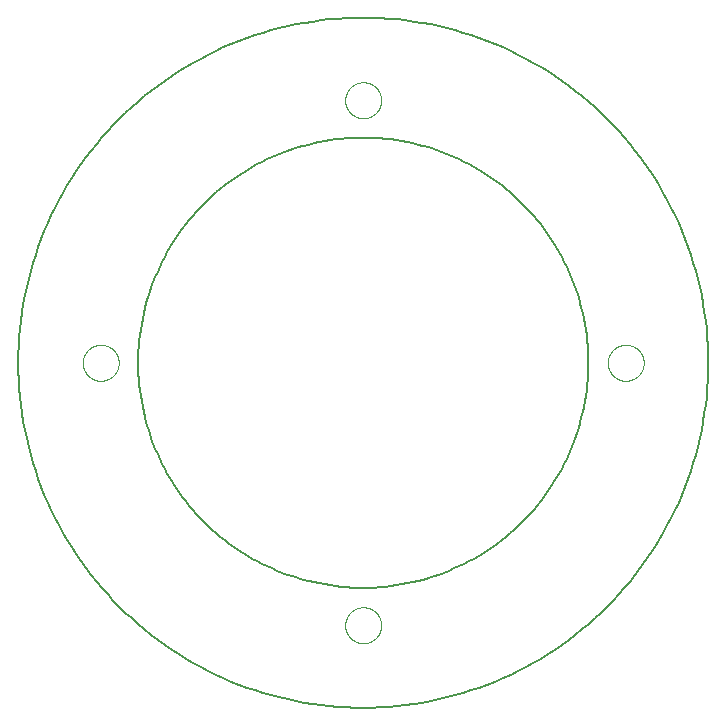
<source format=gko>
G75*
%MOIN*%
%OFA0B0*%
%FSLAX25Y25*%
%IPPOS*%
%LPD*%
%AMOC8*
5,1,8,0,0,1.08239X$1,22.5*
%
%ADD10C,0.00600*%
%ADD11C,0.00000*%
D10*
X0071250Y0186250D02*
X0071285Y0189072D01*
X0071389Y0191893D01*
X0071562Y0194710D01*
X0071804Y0197522D01*
X0072115Y0200327D01*
X0072495Y0203124D01*
X0072943Y0205911D01*
X0073460Y0208685D01*
X0074044Y0211447D01*
X0074696Y0214193D01*
X0075416Y0216922D01*
X0076202Y0219633D01*
X0077054Y0222323D01*
X0077972Y0224992D01*
X0078956Y0227638D01*
X0080004Y0230259D01*
X0081116Y0232853D01*
X0082291Y0235419D01*
X0083529Y0237955D01*
X0084829Y0240461D01*
X0086190Y0242933D01*
X0087611Y0245372D01*
X0089092Y0247775D01*
X0090631Y0250141D01*
X0092228Y0252468D01*
X0093881Y0254755D01*
X0095590Y0257002D01*
X0097354Y0259205D01*
X0099171Y0261365D01*
X0101041Y0263479D01*
X0102962Y0265547D01*
X0104933Y0267567D01*
X0106953Y0269538D01*
X0109021Y0271459D01*
X0111135Y0273329D01*
X0113295Y0275146D01*
X0115498Y0276910D01*
X0117745Y0278619D01*
X0120032Y0280272D01*
X0122359Y0281869D01*
X0124725Y0283408D01*
X0127128Y0284889D01*
X0129567Y0286310D01*
X0132039Y0287671D01*
X0134545Y0288971D01*
X0137081Y0290209D01*
X0139647Y0291384D01*
X0142241Y0292496D01*
X0144862Y0293544D01*
X0147508Y0294528D01*
X0150177Y0295446D01*
X0152867Y0296298D01*
X0155578Y0297084D01*
X0158307Y0297804D01*
X0161053Y0298456D01*
X0163815Y0299040D01*
X0166589Y0299557D01*
X0169376Y0300005D01*
X0172173Y0300385D01*
X0174978Y0300696D01*
X0177790Y0300938D01*
X0180607Y0301111D01*
X0183428Y0301215D01*
X0186250Y0301250D01*
X0189072Y0301215D01*
X0191893Y0301111D01*
X0194710Y0300938D01*
X0197522Y0300696D01*
X0200327Y0300385D01*
X0203124Y0300005D01*
X0205911Y0299557D01*
X0208685Y0299040D01*
X0211447Y0298456D01*
X0214193Y0297804D01*
X0216922Y0297084D01*
X0219633Y0296298D01*
X0222323Y0295446D01*
X0224992Y0294528D01*
X0227638Y0293544D01*
X0230259Y0292496D01*
X0232853Y0291384D01*
X0235419Y0290209D01*
X0237955Y0288971D01*
X0240461Y0287671D01*
X0242933Y0286310D01*
X0245372Y0284889D01*
X0247775Y0283408D01*
X0250141Y0281869D01*
X0252468Y0280272D01*
X0254755Y0278619D01*
X0257002Y0276910D01*
X0259205Y0275146D01*
X0261365Y0273329D01*
X0263479Y0271459D01*
X0265547Y0269538D01*
X0267567Y0267567D01*
X0269538Y0265547D01*
X0271459Y0263479D01*
X0273329Y0261365D01*
X0275146Y0259205D01*
X0276910Y0257002D01*
X0278619Y0254755D01*
X0280272Y0252468D01*
X0281869Y0250141D01*
X0283408Y0247775D01*
X0284889Y0245372D01*
X0286310Y0242933D01*
X0287671Y0240461D01*
X0288971Y0237955D01*
X0290209Y0235419D01*
X0291384Y0232853D01*
X0292496Y0230259D01*
X0293544Y0227638D01*
X0294528Y0224992D01*
X0295446Y0222323D01*
X0296298Y0219633D01*
X0297084Y0216922D01*
X0297804Y0214193D01*
X0298456Y0211447D01*
X0299040Y0208685D01*
X0299557Y0205911D01*
X0300005Y0203124D01*
X0300385Y0200327D01*
X0300696Y0197522D01*
X0300938Y0194710D01*
X0301111Y0191893D01*
X0301215Y0189072D01*
X0301250Y0186250D01*
X0301215Y0183428D01*
X0301111Y0180607D01*
X0300938Y0177790D01*
X0300696Y0174978D01*
X0300385Y0172173D01*
X0300005Y0169376D01*
X0299557Y0166589D01*
X0299040Y0163815D01*
X0298456Y0161053D01*
X0297804Y0158307D01*
X0297084Y0155578D01*
X0296298Y0152867D01*
X0295446Y0150177D01*
X0294528Y0147508D01*
X0293544Y0144862D01*
X0292496Y0142241D01*
X0291384Y0139647D01*
X0290209Y0137081D01*
X0288971Y0134545D01*
X0287671Y0132039D01*
X0286310Y0129567D01*
X0284889Y0127128D01*
X0283408Y0124725D01*
X0281869Y0122359D01*
X0280272Y0120032D01*
X0278619Y0117745D01*
X0276910Y0115498D01*
X0275146Y0113295D01*
X0273329Y0111135D01*
X0271459Y0109021D01*
X0269538Y0106953D01*
X0267567Y0104933D01*
X0265547Y0102962D01*
X0263479Y0101041D01*
X0261365Y0099171D01*
X0259205Y0097354D01*
X0257002Y0095590D01*
X0254755Y0093881D01*
X0252468Y0092228D01*
X0250141Y0090631D01*
X0247775Y0089092D01*
X0245372Y0087611D01*
X0242933Y0086190D01*
X0240461Y0084829D01*
X0237955Y0083529D01*
X0235419Y0082291D01*
X0232853Y0081116D01*
X0230259Y0080004D01*
X0227638Y0078956D01*
X0224992Y0077972D01*
X0222323Y0077054D01*
X0219633Y0076202D01*
X0216922Y0075416D01*
X0214193Y0074696D01*
X0211447Y0074044D01*
X0208685Y0073460D01*
X0205911Y0072943D01*
X0203124Y0072495D01*
X0200327Y0072115D01*
X0197522Y0071804D01*
X0194710Y0071562D01*
X0191893Y0071389D01*
X0189072Y0071285D01*
X0186250Y0071250D01*
X0183428Y0071285D01*
X0180607Y0071389D01*
X0177790Y0071562D01*
X0174978Y0071804D01*
X0172173Y0072115D01*
X0169376Y0072495D01*
X0166589Y0072943D01*
X0163815Y0073460D01*
X0161053Y0074044D01*
X0158307Y0074696D01*
X0155578Y0075416D01*
X0152867Y0076202D01*
X0150177Y0077054D01*
X0147508Y0077972D01*
X0144862Y0078956D01*
X0142241Y0080004D01*
X0139647Y0081116D01*
X0137081Y0082291D01*
X0134545Y0083529D01*
X0132039Y0084829D01*
X0129567Y0086190D01*
X0127128Y0087611D01*
X0124725Y0089092D01*
X0122359Y0090631D01*
X0120032Y0092228D01*
X0117745Y0093881D01*
X0115498Y0095590D01*
X0113295Y0097354D01*
X0111135Y0099171D01*
X0109021Y0101041D01*
X0106953Y0102962D01*
X0104933Y0104933D01*
X0102962Y0106953D01*
X0101041Y0109021D01*
X0099171Y0111135D01*
X0097354Y0113295D01*
X0095590Y0115498D01*
X0093881Y0117745D01*
X0092228Y0120032D01*
X0090631Y0122359D01*
X0089092Y0124725D01*
X0087611Y0127128D01*
X0086190Y0129567D01*
X0084829Y0132039D01*
X0083529Y0134545D01*
X0082291Y0137081D01*
X0081116Y0139647D01*
X0080004Y0142241D01*
X0078956Y0144862D01*
X0077972Y0147508D01*
X0077054Y0150177D01*
X0076202Y0152867D01*
X0075416Y0155578D01*
X0074696Y0158307D01*
X0074044Y0161053D01*
X0073460Y0163815D01*
X0072943Y0166589D01*
X0072495Y0169376D01*
X0072115Y0172173D01*
X0071804Y0174978D01*
X0071562Y0177790D01*
X0071389Y0180607D01*
X0071285Y0183428D01*
X0071250Y0186250D01*
X0111250Y0186250D02*
X0111273Y0188091D01*
X0111340Y0189930D01*
X0111453Y0191767D01*
X0111611Y0193601D01*
X0111814Y0195431D01*
X0112062Y0197255D01*
X0112354Y0199072D01*
X0112691Y0200882D01*
X0113072Y0202683D01*
X0113498Y0204474D01*
X0113967Y0206253D01*
X0114479Y0208021D01*
X0115035Y0209776D01*
X0115634Y0211517D01*
X0116276Y0213242D01*
X0116959Y0214951D01*
X0117684Y0216643D01*
X0118451Y0218317D01*
X0119258Y0219971D01*
X0120106Y0221605D01*
X0120993Y0223217D01*
X0121920Y0224808D01*
X0122886Y0226375D01*
X0123890Y0227918D01*
X0124931Y0229436D01*
X0126009Y0230927D01*
X0127124Y0232392D01*
X0128274Y0233829D01*
X0129459Y0235238D01*
X0130679Y0236617D01*
X0131931Y0237966D01*
X0133217Y0239283D01*
X0134534Y0240569D01*
X0135883Y0241821D01*
X0137262Y0243041D01*
X0138671Y0244226D01*
X0140108Y0245376D01*
X0141573Y0246491D01*
X0143064Y0247569D01*
X0144582Y0248610D01*
X0146125Y0249614D01*
X0147692Y0250580D01*
X0149283Y0251507D01*
X0150895Y0252394D01*
X0152529Y0253242D01*
X0154183Y0254049D01*
X0155857Y0254816D01*
X0157549Y0255541D01*
X0159258Y0256224D01*
X0160983Y0256866D01*
X0162724Y0257465D01*
X0164479Y0258021D01*
X0166247Y0258533D01*
X0168026Y0259002D01*
X0169817Y0259428D01*
X0171618Y0259809D01*
X0173428Y0260146D01*
X0175245Y0260438D01*
X0177069Y0260686D01*
X0178899Y0260889D01*
X0180733Y0261047D01*
X0182570Y0261160D01*
X0184409Y0261227D01*
X0186250Y0261250D01*
X0188091Y0261227D01*
X0189930Y0261160D01*
X0191767Y0261047D01*
X0193601Y0260889D01*
X0195431Y0260686D01*
X0197255Y0260438D01*
X0199072Y0260146D01*
X0200882Y0259809D01*
X0202683Y0259428D01*
X0204474Y0259002D01*
X0206253Y0258533D01*
X0208021Y0258021D01*
X0209776Y0257465D01*
X0211517Y0256866D01*
X0213242Y0256224D01*
X0214951Y0255541D01*
X0216643Y0254816D01*
X0218317Y0254049D01*
X0219971Y0253242D01*
X0221605Y0252394D01*
X0223217Y0251507D01*
X0224808Y0250580D01*
X0226375Y0249614D01*
X0227918Y0248610D01*
X0229436Y0247569D01*
X0230927Y0246491D01*
X0232392Y0245376D01*
X0233829Y0244226D01*
X0235238Y0243041D01*
X0236617Y0241821D01*
X0237966Y0240569D01*
X0239283Y0239283D01*
X0240569Y0237966D01*
X0241821Y0236617D01*
X0243041Y0235238D01*
X0244226Y0233829D01*
X0245376Y0232392D01*
X0246491Y0230927D01*
X0247569Y0229436D01*
X0248610Y0227918D01*
X0249614Y0226375D01*
X0250580Y0224808D01*
X0251507Y0223217D01*
X0252394Y0221605D01*
X0253242Y0219971D01*
X0254049Y0218317D01*
X0254816Y0216643D01*
X0255541Y0214951D01*
X0256224Y0213242D01*
X0256866Y0211517D01*
X0257465Y0209776D01*
X0258021Y0208021D01*
X0258533Y0206253D01*
X0259002Y0204474D01*
X0259428Y0202683D01*
X0259809Y0200882D01*
X0260146Y0199072D01*
X0260438Y0197255D01*
X0260686Y0195431D01*
X0260889Y0193601D01*
X0261047Y0191767D01*
X0261160Y0189930D01*
X0261227Y0188091D01*
X0261250Y0186250D01*
X0261227Y0184409D01*
X0261160Y0182570D01*
X0261047Y0180733D01*
X0260889Y0178899D01*
X0260686Y0177069D01*
X0260438Y0175245D01*
X0260146Y0173428D01*
X0259809Y0171618D01*
X0259428Y0169817D01*
X0259002Y0168026D01*
X0258533Y0166247D01*
X0258021Y0164479D01*
X0257465Y0162724D01*
X0256866Y0160983D01*
X0256224Y0159258D01*
X0255541Y0157549D01*
X0254816Y0155857D01*
X0254049Y0154183D01*
X0253242Y0152529D01*
X0252394Y0150895D01*
X0251507Y0149283D01*
X0250580Y0147692D01*
X0249614Y0146125D01*
X0248610Y0144582D01*
X0247569Y0143064D01*
X0246491Y0141573D01*
X0245376Y0140108D01*
X0244226Y0138671D01*
X0243041Y0137262D01*
X0241821Y0135883D01*
X0240569Y0134534D01*
X0239283Y0133217D01*
X0237966Y0131931D01*
X0236617Y0130679D01*
X0235238Y0129459D01*
X0233829Y0128274D01*
X0232392Y0127124D01*
X0230927Y0126009D01*
X0229436Y0124931D01*
X0227918Y0123890D01*
X0226375Y0122886D01*
X0224808Y0121920D01*
X0223217Y0120993D01*
X0221605Y0120106D01*
X0219971Y0119258D01*
X0218317Y0118451D01*
X0216643Y0117684D01*
X0214951Y0116959D01*
X0213242Y0116276D01*
X0211517Y0115634D01*
X0209776Y0115035D01*
X0208021Y0114479D01*
X0206253Y0113967D01*
X0204474Y0113498D01*
X0202683Y0113072D01*
X0200882Y0112691D01*
X0199072Y0112354D01*
X0197255Y0112062D01*
X0195431Y0111814D01*
X0193601Y0111611D01*
X0191767Y0111453D01*
X0189930Y0111340D01*
X0188091Y0111273D01*
X0186250Y0111250D01*
X0184409Y0111273D01*
X0182570Y0111340D01*
X0180733Y0111453D01*
X0178899Y0111611D01*
X0177069Y0111814D01*
X0175245Y0112062D01*
X0173428Y0112354D01*
X0171618Y0112691D01*
X0169817Y0113072D01*
X0168026Y0113498D01*
X0166247Y0113967D01*
X0164479Y0114479D01*
X0162724Y0115035D01*
X0160983Y0115634D01*
X0159258Y0116276D01*
X0157549Y0116959D01*
X0155857Y0117684D01*
X0154183Y0118451D01*
X0152529Y0119258D01*
X0150895Y0120106D01*
X0149283Y0120993D01*
X0147692Y0121920D01*
X0146125Y0122886D01*
X0144582Y0123890D01*
X0143064Y0124931D01*
X0141573Y0126009D01*
X0140108Y0127124D01*
X0138671Y0128274D01*
X0137262Y0129459D01*
X0135883Y0130679D01*
X0134534Y0131931D01*
X0133217Y0133217D01*
X0131931Y0134534D01*
X0130679Y0135883D01*
X0129459Y0137262D01*
X0128274Y0138671D01*
X0127124Y0140108D01*
X0126009Y0141573D01*
X0124931Y0143064D01*
X0123890Y0144582D01*
X0122886Y0146125D01*
X0121920Y0147692D01*
X0120993Y0149283D01*
X0120106Y0150895D01*
X0119258Y0152529D01*
X0118451Y0154183D01*
X0117684Y0155857D01*
X0116959Y0157549D01*
X0116276Y0159258D01*
X0115634Y0160983D01*
X0115035Y0162724D01*
X0114479Y0164479D01*
X0113967Y0166247D01*
X0113498Y0168026D01*
X0113072Y0169817D01*
X0112691Y0171618D01*
X0112354Y0173428D01*
X0112062Y0175245D01*
X0111814Y0177069D01*
X0111611Y0178899D01*
X0111453Y0180733D01*
X0111340Y0182570D01*
X0111273Y0184409D01*
X0111250Y0186250D01*
D11*
X0092750Y0186250D02*
X0092752Y0186404D01*
X0092758Y0186559D01*
X0092768Y0186713D01*
X0092782Y0186867D01*
X0092800Y0187020D01*
X0092821Y0187173D01*
X0092847Y0187326D01*
X0092877Y0187477D01*
X0092910Y0187628D01*
X0092948Y0187778D01*
X0092989Y0187927D01*
X0093034Y0188075D01*
X0093083Y0188221D01*
X0093136Y0188367D01*
X0093192Y0188510D01*
X0093252Y0188653D01*
X0093316Y0188793D01*
X0093383Y0188933D01*
X0093454Y0189070D01*
X0093528Y0189205D01*
X0093606Y0189339D01*
X0093687Y0189470D01*
X0093772Y0189599D01*
X0093860Y0189727D01*
X0093951Y0189851D01*
X0094045Y0189974D01*
X0094143Y0190094D01*
X0094243Y0190211D01*
X0094347Y0190326D01*
X0094453Y0190438D01*
X0094562Y0190547D01*
X0094674Y0190653D01*
X0094789Y0190757D01*
X0094906Y0190857D01*
X0095026Y0190955D01*
X0095149Y0191049D01*
X0095273Y0191140D01*
X0095401Y0191228D01*
X0095530Y0191313D01*
X0095661Y0191394D01*
X0095795Y0191472D01*
X0095930Y0191546D01*
X0096067Y0191617D01*
X0096207Y0191684D01*
X0096347Y0191748D01*
X0096490Y0191808D01*
X0096633Y0191864D01*
X0096779Y0191917D01*
X0096925Y0191966D01*
X0097073Y0192011D01*
X0097222Y0192052D01*
X0097372Y0192090D01*
X0097523Y0192123D01*
X0097674Y0192153D01*
X0097827Y0192179D01*
X0097980Y0192200D01*
X0098133Y0192218D01*
X0098287Y0192232D01*
X0098441Y0192242D01*
X0098596Y0192248D01*
X0098750Y0192250D01*
X0098904Y0192248D01*
X0099059Y0192242D01*
X0099213Y0192232D01*
X0099367Y0192218D01*
X0099520Y0192200D01*
X0099673Y0192179D01*
X0099826Y0192153D01*
X0099977Y0192123D01*
X0100128Y0192090D01*
X0100278Y0192052D01*
X0100427Y0192011D01*
X0100575Y0191966D01*
X0100721Y0191917D01*
X0100867Y0191864D01*
X0101010Y0191808D01*
X0101153Y0191748D01*
X0101293Y0191684D01*
X0101433Y0191617D01*
X0101570Y0191546D01*
X0101705Y0191472D01*
X0101839Y0191394D01*
X0101970Y0191313D01*
X0102099Y0191228D01*
X0102227Y0191140D01*
X0102351Y0191049D01*
X0102474Y0190955D01*
X0102594Y0190857D01*
X0102711Y0190757D01*
X0102826Y0190653D01*
X0102938Y0190547D01*
X0103047Y0190438D01*
X0103153Y0190326D01*
X0103257Y0190211D01*
X0103357Y0190094D01*
X0103455Y0189974D01*
X0103549Y0189851D01*
X0103640Y0189727D01*
X0103728Y0189599D01*
X0103813Y0189470D01*
X0103894Y0189339D01*
X0103972Y0189205D01*
X0104046Y0189070D01*
X0104117Y0188933D01*
X0104184Y0188793D01*
X0104248Y0188653D01*
X0104308Y0188510D01*
X0104364Y0188367D01*
X0104417Y0188221D01*
X0104466Y0188075D01*
X0104511Y0187927D01*
X0104552Y0187778D01*
X0104590Y0187628D01*
X0104623Y0187477D01*
X0104653Y0187326D01*
X0104679Y0187173D01*
X0104700Y0187020D01*
X0104718Y0186867D01*
X0104732Y0186713D01*
X0104742Y0186559D01*
X0104748Y0186404D01*
X0104750Y0186250D01*
X0104748Y0186096D01*
X0104742Y0185941D01*
X0104732Y0185787D01*
X0104718Y0185633D01*
X0104700Y0185480D01*
X0104679Y0185327D01*
X0104653Y0185174D01*
X0104623Y0185023D01*
X0104590Y0184872D01*
X0104552Y0184722D01*
X0104511Y0184573D01*
X0104466Y0184425D01*
X0104417Y0184279D01*
X0104364Y0184133D01*
X0104308Y0183990D01*
X0104248Y0183847D01*
X0104184Y0183707D01*
X0104117Y0183567D01*
X0104046Y0183430D01*
X0103972Y0183295D01*
X0103894Y0183161D01*
X0103813Y0183030D01*
X0103728Y0182901D01*
X0103640Y0182773D01*
X0103549Y0182649D01*
X0103455Y0182526D01*
X0103357Y0182406D01*
X0103257Y0182289D01*
X0103153Y0182174D01*
X0103047Y0182062D01*
X0102938Y0181953D01*
X0102826Y0181847D01*
X0102711Y0181743D01*
X0102594Y0181643D01*
X0102474Y0181545D01*
X0102351Y0181451D01*
X0102227Y0181360D01*
X0102099Y0181272D01*
X0101970Y0181187D01*
X0101839Y0181106D01*
X0101705Y0181028D01*
X0101570Y0180954D01*
X0101433Y0180883D01*
X0101293Y0180816D01*
X0101153Y0180752D01*
X0101010Y0180692D01*
X0100867Y0180636D01*
X0100721Y0180583D01*
X0100575Y0180534D01*
X0100427Y0180489D01*
X0100278Y0180448D01*
X0100128Y0180410D01*
X0099977Y0180377D01*
X0099826Y0180347D01*
X0099673Y0180321D01*
X0099520Y0180300D01*
X0099367Y0180282D01*
X0099213Y0180268D01*
X0099059Y0180258D01*
X0098904Y0180252D01*
X0098750Y0180250D01*
X0098596Y0180252D01*
X0098441Y0180258D01*
X0098287Y0180268D01*
X0098133Y0180282D01*
X0097980Y0180300D01*
X0097827Y0180321D01*
X0097674Y0180347D01*
X0097523Y0180377D01*
X0097372Y0180410D01*
X0097222Y0180448D01*
X0097073Y0180489D01*
X0096925Y0180534D01*
X0096779Y0180583D01*
X0096633Y0180636D01*
X0096490Y0180692D01*
X0096347Y0180752D01*
X0096207Y0180816D01*
X0096067Y0180883D01*
X0095930Y0180954D01*
X0095795Y0181028D01*
X0095661Y0181106D01*
X0095530Y0181187D01*
X0095401Y0181272D01*
X0095273Y0181360D01*
X0095149Y0181451D01*
X0095026Y0181545D01*
X0094906Y0181643D01*
X0094789Y0181743D01*
X0094674Y0181847D01*
X0094562Y0181953D01*
X0094453Y0182062D01*
X0094347Y0182174D01*
X0094243Y0182289D01*
X0094143Y0182406D01*
X0094045Y0182526D01*
X0093951Y0182649D01*
X0093860Y0182773D01*
X0093772Y0182901D01*
X0093687Y0183030D01*
X0093606Y0183161D01*
X0093528Y0183295D01*
X0093454Y0183430D01*
X0093383Y0183567D01*
X0093316Y0183707D01*
X0093252Y0183847D01*
X0093192Y0183990D01*
X0093136Y0184133D01*
X0093083Y0184279D01*
X0093034Y0184425D01*
X0092989Y0184573D01*
X0092948Y0184722D01*
X0092910Y0184872D01*
X0092877Y0185023D01*
X0092847Y0185174D01*
X0092821Y0185327D01*
X0092800Y0185480D01*
X0092782Y0185633D01*
X0092768Y0185787D01*
X0092758Y0185941D01*
X0092752Y0186096D01*
X0092750Y0186250D01*
X0180250Y0098750D02*
X0180252Y0098904D01*
X0180258Y0099059D01*
X0180268Y0099213D01*
X0180282Y0099367D01*
X0180300Y0099520D01*
X0180321Y0099673D01*
X0180347Y0099826D01*
X0180377Y0099977D01*
X0180410Y0100128D01*
X0180448Y0100278D01*
X0180489Y0100427D01*
X0180534Y0100575D01*
X0180583Y0100721D01*
X0180636Y0100867D01*
X0180692Y0101010D01*
X0180752Y0101153D01*
X0180816Y0101293D01*
X0180883Y0101433D01*
X0180954Y0101570D01*
X0181028Y0101705D01*
X0181106Y0101839D01*
X0181187Y0101970D01*
X0181272Y0102099D01*
X0181360Y0102227D01*
X0181451Y0102351D01*
X0181545Y0102474D01*
X0181643Y0102594D01*
X0181743Y0102711D01*
X0181847Y0102826D01*
X0181953Y0102938D01*
X0182062Y0103047D01*
X0182174Y0103153D01*
X0182289Y0103257D01*
X0182406Y0103357D01*
X0182526Y0103455D01*
X0182649Y0103549D01*
X0182773Y0103640D01*
X0182901Y0103728D01*
X0183030Y0103813D01*
X0183161Y0103894D01*
X0183295Y0103972D01*
X0183430Y0104046D01*
X0183567Y0104117D01*
X0183707Y0104184D01*
X0183847Y0104248D01*
X0183990Y0104308D01*
X0184133Y0104364D01*
X0184279Y0104417D01*
X0184425Y0104466D01*
X0184573Y0104511D01*
X0184722Y0104552D01*
X0184872Y0104590D01*
X0185023Y0104623D01*
X0185174Y0104653D01*
X0185327Y0104679D01*
X0185480Y0104700D01*
X0185633Y0104718D01*
X0185787Y0104732D01*
X0185941Y0104742D01*
X0186096Y0104748D01*
X0186250Y0104750D01*
X0186404Y0104748D01*
X0186559Y0104742D01*
X0186713Y0104732D01*
X0186867Y0104718D01*
X0187020Y0104700D01*
X0187173Y0104679D01*
X0187326Y0104653D01*
X0187477Y0104623D01*
X0187628Y0104590D01*
X0187778Y0104552D01*
X0187927Y0104511D01*
X0188075Y0104466D01*
X0188221Y0104417D01*
X0188367Y0104364D01*
X0188510Y0104308D01*
X0188653Y0104248D01*
X0188793Y0104184D01*
X0188933Y0104117D01*
X0189070Y0104046D01*
X0189205Y0103972D01*
X0189339Y0103894D01*
X0189470Y0103813D01*
X0189599Y0103728D01*
X0189727Y0103640D01*
X0189851Y0103549D01*
X0189974Y0103455D01*
X0190094Y0103357D01*
X0190211Y0103257D01*
X0190326Y0103153D01*
X0190438Y0103047D01*
X0190547Y0102938D01*
X0190653Y0102826D01*
X0190757Y0102711D01*
X0190857Y0102594D01*
X0190955Y0102474D01*
X0191049Y0102351D01*
X0191140Y0102227D01*
X0191228Y0102099D01*
X0191313Y0101970D01*
X0191394Y0101839D01*
X0191472Y0101705D01*
X0191546Y0101570D01*
X0191617Y0101433D01*
X0191684Y0101293D01*
X0191748Y0101153D01*
X0191808Y0101010D01*
X0191864Y0100867D01*
X0191917Y0100721D01*
X0191966Y0100575D01*
X0192011Y0100427D01*
X0192052Y0100278D01*
X0192090Y0100128D01*
X0192123Y0099977D01*
X0192153Y0099826D01*
X0192179Y0099673D01*
X0192200Y0099520D01*
X0192218Y0099367D01*
X0192232Y0099213D01*
X0192242Y0099059D01*
X0192248Y0098904D01*
X0192250Y0098750D01*
X0192248Y0098596D01*
X0192242Y0098441D01*
X0192232Y0098287D01*
X0192218Y0098133D01*
X0192200Y0097980D01*
X0192179Y0097827D01*
X0192153Y0097674D01*
X0192123Y0097523D01*
X0192090Y0097372D01*
X0192052Y0097222D01*
X0192011Y0097073D01*
X0191966Y0096925D01*
X0191917Y0096779D01*
X0191864Y0096633D01*
X0191808Y0096490D01*
X0191748Y0096347D01*
X0191684Y0096207D01*
X0191617Y0096067D01*
X0191546Y0095930D01*
X0191472Y0095795D01*
X0191394Y0095661D01*
X0191313Y0095530D01*
X0191228Y0095401D01*
X0191140Y0095273D01*
X0191049Y0095149D01*
X0190955Y0095026D01*
X0190857Y0094906D01*
X0190757Y0094789D01*
X0190653Y0094674D01*
X0190547Y0094562D01*
X0190438Y0094453D01*
X0190326Y0094347D01*
X0190211Y0094243D01*
X0190094Y0094143D01*
X0189974Y0094045D01*
X0189851Y0093951D01*
X0189727Y0093860D01*
X0189599Y0093772D01*
X0189470Y0093687D01*
X0189339Y0093606D01*
X0189205Y0093528D01*
X0189070Y0093454D01*
X0188933Y0093383D01*
X0188793Y0093316D01*
X0188653Y0093252D01*
X0188510Y0093192D01*
X0188367Y0093136D01*
X0188221Y0093083D01*
X0188075Y0093034D01*
X0187927Y0092989D01*
X0187778Y0092948D01*
X0187628Y0092910D01*
X0187477Y0092877D01*
X0187326Y0092847D01*
X0187173Y0092821D01*
X0187020Y0092800D01*
X0186867Y0092782D01*
X0186713Y0092768D01*
X0186559Y0092758D01*
X0186404Y0092752D01*
X0186250Y0092750D01*
X0186096Y0092752D01*
X0185941Y0092758D01*
X0185787Y0092768D01*
X0185633Y0092782D01*
X0185480Y0092800D01*
X0185327Y0092821D01*
X0185174Y0092847D01*
X0185023Y0092877D01*
X0184872Y0092910D01*
X0184722Y0092948D01*
X0184573Y0092989D01*
X0184425Y0093034D01*
X0184279Y0093083D01*
X0184133Y0093136D01*
X0183990Y0093192D01*
X0183847Y0093252D01*
X0183707Y0093316D01*
X0183567Y0093383D01*
X0183430Y0093454D01*
X0183295Y0093528D01*
X0183161Y0093606D01*
X0183030Y0093687D01*
X0182901Y0093772D01*
X0182773Y0093860D01*
X0182649Y0093951D01*
X0182526Y0094045D01*
X0182406Y0094143D01*
X0182289Y0094243D01*
X0182174Y0094347D01*
X0182062Y0094453D01*
X0181953Y0094562D01*
X0181847Y0094674D01*
X0181743Y0094789D01*
X0181643Y0094906D01*
X0181545Y0095026D01*
X0181451Y0095149D01*
X0181360Y0095273D01*
X0181272Y0095401D01*
X0181187Y0095530D01*
X0181106Y0095661D01*
X0181028Y0095795D01*
X0180954Y0095930D01*
X0180883Y0096067D01*
X0180816Y0096207D01*
X0180752Y0096347D01*
X0180692Y0096490D01*
X0180636Y0096633D01*
X0180583Y0096779D01*
X0180534Y0096925D01*
X0180489Y0097073D01*
X0180448Y0097222D01*
X0180410Y0097372D01*
X0180377Y0097523D01*
X0180347Y0097674D01*
X0180321Y0097827D01*
X0180300Y0097980D01*
X0180282Y0098133D01*
X0180268Y0098287D01*
X0180258Y0098441D01*
X0180252Y0098596D01*
X0180250Y0098750D01*
X0267750Y0186250D02*
X0267752Y0186404D01*
X0267758Y0186559D01*
X0267768Y0186713D01*
X0267782Y0186867D01*
X0267800Y0187020D01*
X0267821Y0187173D01*
X0267847Y0187326D01*
X0267877Y0187477D01*
X0267910Y0187628D01*
X0267948Y0187778D01*
X0267989Y0187927D01*
X0268034Y0188075D01*
X0268083Y0188221D01*
X0268136Y0188367D01*
X0268192Y0188510D01*
X0268252Y0188653D01*
X0268316Y0188793D01*
X0268383Y0188933D01*
X0268454Y0189070D01*
X0268528Y0189205D01*
X0268606Y0189339D01*
X0268687Y0189470D01*
X0268772Y0189599D01*
X0268860Y0189727D01*
X0268951Y0189851D01*
X0269045Y0189974D01*
X0269143Y0190094D01*
X0269243Y0190211D01*
X0269347Y0190326D01*
X0269453Y0190438D01*
X0269562Y0190547D01*
X0269674Y0190653D01*
X0269789Y0190757D01*
X0269906Y0190857D01*
X0270026Y0190955D01*
X0270149Y0191049D01*
X0270273Y0191140D01*
X0270401Y0191228D01*
X0270530Y0191313D01*
X0270661Y0191394D01*
X0270795Y0191472D01*
X0270930Y0191546D01*
X0271067Y0191617D01*
X0271207Y0191684D01*
X0271347Y0191748D01*
X0271490Y0191808D01*
X0271633Y0191864D01*
X0271779Y0191917D01*
X0271925Y0191966D01*
X0272073Y0192011D01*
X0272222Y0192052D01*
X0272372Y0192090D01*
X0272523Y0192123D01*
X0272674Y0192153D01*
X0272827Y0192179D01*
X0272980Y0192200D01*
X0273133Y0192218D01*
X0273287Y0192232D01*
X0273441Y0192242D01*
X0273596Y0192248D01*
X0273750Y0192250D01*
X0273904Y0192248D01*
X0274059Y0192242D01*
X0274213Y0192232D01*
X0274367Y0192218D01*
X0274520Y0192200D01*
X0274673Y0192179D01*
X0274826Y0192153D01*
X0274977Y0192123D01*
X0275128Y0192090D01*
X0275278Y0192052D01*
X0275427Y0192011D01*
X0275575Y0191966D01*
X0275721Y0191917D01*
X0275867Y0191864D01*
X0276010Y0191808D01*
X0276153Y0191748D01*
X0276293Y0191684D01*
X0276433Y0191617D01*
X0276570Y0191546D01*
X0276705Y0191472D01*
X0276839Y0191394D01*
X0276970Y0191313D01*
X0277099Y0191228D01*
X0277227Y0191140D01*
X0277351Y0191049D01*
X0277474Y0190955D01*
X0277594Y0190857D01*
X0277711Y0190757D01*
X0277826Y0190653D01*
X0277938Y0190547D01*
X0278047Y0190438D01*
X0278153Y0190326D01*
X0278257Y0190211D01*
X0278357Y0190094D01*
X0278455Y0189974D01*
X0278549Y0189851D01*
X0278640Y0189727D01*
X0278728Y0189599D01*
X0278813Y0189470D01*
X0278894Y0189339D01*
X0278972Y0189205D01*
X0279046Y0189070D01*
X0279117Y0188933D01*
X0279184Y0188793D01*
X0279248Y0188653D01*
X0279308Y0188510D01*
X0279364Y0188367D01*
X0279417Y0188221D01*
X0279466Y0188075D01*
X0279511Y0187927D01*
X0279552Y0187778D01*
X0279590Y0187628D01*
X0279623Y0187477D01*
X0279653Y0187326D01*
X0279679Y0187173D01*
X0279700Y0187020D01*
X0279718Y0186867D01*
X0279732Y0186713D01*
X0279742Y0186559D01*
X0279748Y0186404D01*
X0279750Y0186250D01*
X0279748Y0186096D01*
X0279742Y0185941D01*
X0279732Y0185787D01*
X0279718Y0185633D01*
X0279700Y0185480D01*
X0279679Y0185327D01*
X0279653Y0185174D01*
X0279623Y0185023D01*
X0279590Y0184872D01*
X0279552Y0184722D01*
X0279511Y0184573D01*
X0279466Y0184425D01*
X0279417Y0184279D01*
X0279364Y0184133D01*
X0279308Y0183990D01*
X0279248Y0183847D01*
X0279184Y0183707D01*
X0279117Y0183567D01*
X0279046Y0183430D01*
X0278972Y0183295D01*
X0278894Y0183161D01*
X0278813Y0183030D01*
X0278728Y0182901D01*
X0278640Y0182773D01*
X0278549Y0182649D01*
X0278455Y0182526D01*
X0278357Y0182406D01*
X0278257Y0182289D01*
X0278153Y0182174D01*
X0278047Y0182062D01*
X0277938Y0181953D01*
X0277826Y0181847D01*
X0277711Y0181743D01*
X0277594Y0181643D01*
X0277474Y0181545D01*
X0277351Y0181451D01*
X0277227Y0181360D01*
X0277099Y0181272D01*
X0276970Y0181187D01*
X0276839Y0181106D01*
X0276705Y0181028D01*
X0276570Y0180954D01*
X0276433Y0180883D01*
X0276293Y0180816D01*
X0276153Y0180752D01*
X0276010Y0180692D01*
X0275867Y0180636D01*
X0275721Y0180583D01*
X0275575Y0180534D01*
X0275427Y0180489D01*
X0275278Y0180448D01*
X0275128Y0180410D01*
X0274977Y0180377D01*
X0274826Y0180347D01*
X0274673Y0180321D01*
X0274520Y0180300D01*
X0274367Y0180282D01*
X0274213Y0180268D01*
X0274059Y0180258D01*
X0273904Y0180252D01*
X0273750Y0180250D01*
X0273596Y0180252D01*
X0273441Y0180258D01*
X0273287Y0180268D01*
X0273133Y0180282D01*
X0272980Y0180300D01*
X0272827Y0180321D01*
X0272674Y0180347D01*
X0272523Y0180377D01*
X0272372Y0180410D01*
X0272222Y0180448D01*
X0272073Y0180489D01*
X0271925Y0180534D01*
X0271779Y0180583D01*
X0271633Y0180636D01*
X0271490Y0180692D01*
X0271347Y0180752D01*
X0271207Y0180816D01*
X0271067Y0180883D01*
X0270930Y0180954D01*
X0270795Y0181028D01*
X0270661Y0181106D01*
X0270530Y0181187D01*
X0270401Y0181272D01*
X0270273Y0181360D01*
X0270149Y0181451D01*
X0270026Y0181545D01*
X0269906Y0181643D01*
X0269789Y0181743D01*
X0269674Y0181847D01*
X0269562Y0181953D01*
X0269453Y0182062D01*
X0269347Y0182174D01*
X0269243Y0182289D01*
X0269143Y0182406D01*
X0269045Y0182526D01*
X0268951Y0182649D01*
X0268860Y0182773D01*
X0268772Y0182901D01*
X0268687Y0183030D01*
X0268606Y0183161D01*
X0268528Y0183295D01*
X0268454Y0183430D01*
X0268383Y0183567D01*
X0268316Y0183707D01*
X0268252Y0183847D01*
X0268192Y0183990D01*
X0268136Y0184133D01*
X0268083Y0184279D01*
X0268034Y0184425D01*
X0267989Y0184573D01*
X0267948Y0184722D01*
X0267910Y0184872D01*
X0267877Y0185023D01*
X0267847Y0185174D01*
X0267821Y0185327D01*
X0267800Y0185480D01*
X0267782Y0185633D01*
X0267768Y0185787D01*
X0267758Y0185941D01*
X0267752Y0186096D01*
X0267750Y0186250D01*
X0180250Y0273750D02*
X0180252Y0273904D01*
X0180258Y0274059D01*
X0180268Y0274213D01*
X0180282Y0274367D01*
X0180300Y0274520D01*
X0180321Y0274673D01*
X0180347Y0274826D01*
X0180377Y0274977D01*
X0180410Y0275128D01*
X0180448Y0275278D01*
X0180489Y0275427D01*
X0180534Y0275575D01*
X0180583Y0275721D01*
X0180636Y0275867D01*
X0180692Y0276010D01*
X0180752Y0276153D01*
X0180816Y0276293D01*
X0180883Y0276433D01*
X0180954Y0276570D01*
X0181028Y0276705D01*
X0181106Y0276839D01*
X0181187Y0276970D01*
X0181272Y0277099D01*
X0181360Y0277227D01*
X0181451Y0277351D01*
X0181545Y0277474D01*
X0181643Y0277594D01*
X0181743Y0277711D01*
X0181847Y0277826D01*
X0181953Y0277938D01*
X0182062Y0278047D01*
X0182174Y0278153D01*
X0182289Y0278257D01*
X0182406Y0278357D01*
X0182526Y0278455D01*
X0182649Y0278549D01*
X0182773Y0278640D01*
X0182901Y0278728D01*
X0183030Y0278813D01*
X0183161Y0278894D01*
X0183295Y0278972D01*
X0183430Y0279046D01*
X0183567Y0279117D01*
X0183707Y0279184D01*
X0183847Y0279248D01*
X0183990Y0279308D01*
X0184133Y0279364D01*
X0184279Y0279417D01*
X0184425Y0279466D01*
X0184573Y0279511D01*
X0184722Y0279552D01*
X0184872Y0279590D01*
X0185023Y0279623D01*
X0185174Y0279653D01*
X0185327Y0279679D01*
X0185480Y0279700D01*
X0185633Y0279718D01*
X0185787Y0279732D01*
X0185941Y0279742D01*
X0186096Y0279748D01*
X0186250Y0279750D01*
X0186404Y0279748D01*
X0186559Y0279742D01*
X0186713Y0279732D01*
X0186867Y0279718D01*
X0187020Y0279700D01*
X0187173Y0279679D01*
X0187326Y0279653D01*
X0187477Y0279623D01*
X0187628Y0279590D01*
X0187778Y0279552D01*
X0187927Y0279511D01*
X0188075Y0279466D01*
X0188221Y0279417D01*
X0188367Y0279364D01*
X0188510Y0279308D01*
X0188653Y0279248D01*
X0188793Y0279184D01*
X0188933Y0279117D01*
X0189070Y0279046D01*
X0189205Y0278972D01*
X0189339Y0278894D01*
X0189470Y0278813D01*
X0189599Y0278728D01*
X0189727Y0278640D01*
X0189851Y0278549D01*
X0189974Y0278455D01*
X0190094Y0278357D01*
X0190211Y0278257D01*
X0190326Y0278153D01*
X0190438Y0278047D01*
X0190547Y0277938D01*
X0190653Y0277826D01*
X0190757Y0277711D01*
X0190857Y0277594D01*
X0190955Y0277474D01*
X0191049Y0277351D01*
X0191140Y0277227D01*
X0191228Y0277099D01*
X0191313Y0276970D01*
X0191394Y0276839D01*
X0191472Y0276705D01*
X0191546Y0276570D01*
X0191617Y0276433D01*
X0191684Y0276293D01*
X0191748Y0276153D01*
X0191808Y0276010D01*
X0191864Y0275867D01*
X0191917Y0275721D01*
X0191966Y0275575D01*
X0192011Y0275427D01*
X0192052Y0275278D01*
X0192090Y0275128D01*
X0192123Y0274977D01*
X0192153Y0274826D01*
X0192179Y0274673D01*
X0192200Y0274520D01*
X0192218Y0274367D01*
X0192232Y0274213D01*
X0192242Y0274059D01*
X0192248Y0273904D01*
X0192250Y0273750D01*
X0192248Y0273596D01*
X0192242Y0273441D01*
X0192232Y0273287D01*
X0192218Y0273133D01*
X0192200Y0272980D01*
X0192179Y0272827D01*
X0192153Y0272674D01*
X0192123Y0272523D01*
X0192090Y0272372D01*
X0192052Y0272222D01*
X0192011Y0272073D01*
X0191966Y0271925D01*
X0191917Y0271779D01*
X0191864Y0271633D01*
X0191808Y0271490D01*
X0191748Y0271347D01*
X0191684Y0271207D01*
X0191617Y0271067D01*
X0191546Y0270930D01*
X0191472Y0270795D01*
X0191394Y0270661D01*
X0191313Y0270530D01*
X0191228Y0270401D01*
X0191140Y0270273D01*
X0191049Y0270149D01*
X0190955Y0270026D01*
X0190857Y0269906D01*
X0190757Y0269789D01*
X0190653Y0269674D01*
X0190547Y0269562D01*
X0190438Y0269453D01*
X0190326Y0269347D01*
X0190211Y0269243D01*
X0190094Y0269143D01*
X0189974Y0269045D01*
X0189851Y0268951D01*
X0189727Y0268860D01*
X0189599Y0268772D01*
X0189470Y0268687D01*
X0189339Y0268606D01*
X0189205Y0268528D01*
X0189070Y0268454D01*
X0188933Y0268383D01*
X0188793Y0268316D01*
X0188653Y0268252D01*
X0188510Y0268192D01*
X0188367Y0268136D01*
X0188221Y0268083D01*
X0188075Y0268034D01*
X0187927Y0267989D01*
X0187778Y0267948D01*
X0187628Y0267910D01*
X0187477Y0267877D01*
X0187326Y0267847D01*
X0187173Y0267821D01*
X0187020Y0267800D01*
X0186867Y0267782D01*
X0186713Y0267768D01*
X0186559Y0267758D01*
X0186404Y0267752D01*
X0186250Y0267750D01*
X0186096Y0267752D01*
X0185941Y0267758D01*
X0185787Y0267768D01*
X0185633Y0267782D01*
X0185480Y0267800D01*
X0185327Y0267821D01*
X0185174Y0267847D01*
X0185023Y0267877D01*
X0184872Y0267910D01*
X0184722Y0267948D01*
X0184573Y0267989D01*
X0184425Y0268034D01*
X0184279Y0268083D01*
X0184133Y0268136D01*
X0183990Y0268192D01*
X0183847Y0268252D01*
X0183707Y0268316D01*
X0183567Y0268383D01*
X0183430Y0268454D01*
X0183295Y0268528D01*
X0183161Y0268606D01*
X0183030Y0268687D01*
X0182901Y0268772D01*
X0182773Y0268860D01*
X0182649Y0268951D01*
X0182526Y0269045D01*
X0182406Y0269143D01*
X0182289Y0269243D01*
X0182174Y0269347D01*
X0182062Y0269453D01*
X0181953Y0269562D01*
X0181847Y0269674D01*
X0181743Y0269789D01*
X0181643Y0269906D01*
X0181545Y0270026D01*
X0181451Y0270149D01*
X0181360Y0270273D01*
X0181272Y0270401D01*
X0181187Y0270530D01*
X0181106Y0270661D01*
X0181028Y0270795D01*
X0180954Y0270930D01*
X0180883Y0271067D01*
X0180816Y0271207D01*
X0180752Y0271347D01*
X0180692Y0271490D01*
X0180636Y0271633D01*
X0180583Y0271779D01*
X0180534Y0271925D01*
X0180489Y0272073D01*
X0180448Y0272222D01*
X0180410Y0272372D01*
X0180377Y0272523D01*
X0180347Y0272674D01*
X0180321Y0272827D01*
X0180300Y0272980D01*
X0180282Y0273133D01*
X0180268Y0273287D01*
X0180258Y0273441D01*
X0180252Y0273596D01*
X0180250Y0273750D01*
M02*

</source>
